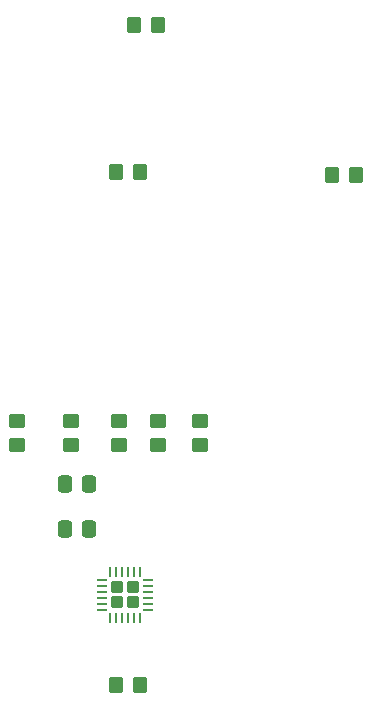
<source format=gbr>
%TF.GenerationSoftware,KiCad,Pcbnew,6.0.11+dfsg-1*%
%TF.CreationDate,2023-12-17T00:58:24-05:00*%
%TF.ProjectId,base_controller,62617365-5f63-46f6-9e74-726f6c6c6572,rev?*%
%TF.SameCoordinates,Original*%
%TF.FileFunction,Paste,Bot*%
%TF.FilePolarity,Positive*%
%FSLAX46Y46*%
G04 Gerber Fmt 4.6, Leading zero omitted, Abs format (unit mm)*
G04 Created by KiCad (PCBNEW 6.0.11+dfsg-1) date 2023-12-17 00:58:24*
%MOMM*%
%LPD*%
G01*
G04 APERTURE LIST*
G04 Aperture macros list*
%AMRoundRect*
0 Rectangle with rounded corners*
0 $1 Rounding radius*
0 $2 $3 $4 $5 $6 $7 $8 $9 X,Y pos of 4 corners*
0 Add a 4 corners polygon primitive as box body*
4,1,4,$2,$3,$4,$5,$6,$7,$8,$9,$2,$3,0*
0 Add four circle primitives for the rounded corners*
1,1,$1+$1,$2,$3*
1,1,$1+$1,$4,$5*
1,1,$1+$1,$6,$7*
1,1,$1+$1,$8,$9*
0 Add four rect primitives between the rounded corners*
20,1,$1+$1,$2,$3,$4,$5,0*
20,1,$1+$1,$4,$5,$6,$7,0*
20,1,$1+$1,$6,$7,$8,$9,0*
20,1,$1+$1,$8,$9,$2,$3,0*%
G04 Aperture macros list end*
%ADD10RoundRect,0.250000X-0.350000X-0.450000X0.350000X-0.450000X0.350000X0.450000X-0.350000X0.450000X0*%
%ADD11RoundRect,0.250000X0.337500X0.475000X-0.337500X0.475000X-0.337500X-0.475000X0.337500X-0.475000X0*%
%ADD12RoundRect,0.250000X-0.450000X0.350000X-0.450000X-0.350000X0.450000X-0.350000X0.450000X0.350000X0*%
%ADD13RoundRect,0.250000X0.350000X0.450000X-0.350000X0.450000X-0.350000X-0.450000X0.350000X-0.450000X0*%
%ADD14RoundRect,0.250000X-0.275000X-0.275000X0.275000X-0.275000X0.275000X0.275000X-0.275000X0.275000X0*%
%ADD15RoundRect,0.062500X-0.350000X-0.062500X0.350000X-0.062500X0.350000X0.062500X-0.350000X0.062500X0*%
%ADD16RoundRect,0.062500X-0.062500X-0.350000X0.062500X-0.350000X0.062500X0.350000X-0.062500X0.350000X0*%
G04 APERTURE END LIST*
D10*
%TO.C,R9*%
X180356000Y-94996000D03*
X182356000Y-94996000D03*
%TD*%
D11*
%TO.C,C5*%
X159787500Y-124968000D03*
X157712500Y-124968000D03*
%TD*%
%TO.C,C6*%
X159787500Y-121158000D03*
X157712500Y-121158000D03*
%TD*%
D12*
%TO.C,R3*%
X162306000Y-115840000D03*
X162306000Y-117840000D03*
%TD*%
%TO.C,R4*%
X153670000Y-115840000D03*
X153670000Y-117840000D03*
%TD*%
%TO.C,R5*%
X158242000Y-115840000D03*
X158242000Y-117840000D03*
%TD*%
%TO.C,R6*%
X165608000Y-115840000D03*
X165608000Y-117840000D03*
%TD*%
%TO.C,R7*%
X169164000Y-115840000D03*
X169164000Y-117840000D03*
%TD*%
D13*
%TO.C,R8*%
X164068000Y-138176000D03*
X162068000Y-138176000D03*
%TD*%
%TO.C,R10*%
X164068000Y-94742000D03*
X162068000Y-94742000D03*
%TD*%
%TO.C,R11*%
X165592000Y-82296000D03*
X163592000Y-82296000D03*
%TD*%
D14*
%TO.C,U2*%
X163464000Y-129906000D03*
X163464000Y-131206000D03*
X162164000Y-131206000D03*
X162164000Y-129906000D03*
D15*
X160876500Y-131806000D03*
X160876500Y-131306000D03*
X160876500Y-130806000D03*
X160876500Y-130306000D03*
X160876500Y-129806000D03*
X160876500Y-129306000D03*
D16*
X161564000Y-128618500D03*
X162064000Y-128618500D03*
X162564000Y-128618500D03*
X163064000Y-128618500D03*
X163564000Y-128618500D03*
X164064000Y-128618500D03*
D15*
X164751500Y-129306000D03*
X164751500Y-129806000D03*
X164751500Y-130306000D03*
X164751500Y-130806000D03*
X164751500Y-131306000D03*
X164751500Y-131806000D03*
D16*
X164064000Y-132493500D03*
X163564000Y-132493500D03*
X163064000Y-132493500D03*
X162564000Y-132493500D03*
X162064000Y-132493500D03*
X161564000Y-132493500D03*
%TD*%
M02*

</source>
